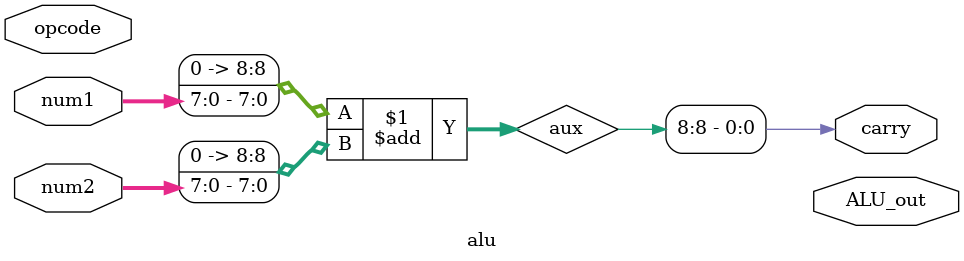
<source format=v>
/*
Title: ALU implemented in Verilog for FPGA
Authors: Bonino, Francisco Ignacio;
         Luna, Lihué Leandro
*/

module alu
    #(
        parameter BUS_SIZE = 8,                 // 8-bits input/output bus
        parameter OPCODE_SIZE = 6,              // 6-bits operation codes

        // ALU opcodes
        parameter ADD = 6'b100000,
        parameter SUB = 6'b100010,
        parameter AND = 6'b100100,
        parameter OR  = 6'b100101,
        parameter XOR = 6'b100110,
        parameter NOR = 6'b100111,
        parameter SRL = 6'b000010,
        parameter SRA = 6'b000011
    )
    (
        input [BUS_SIZE - 1 : 0] num1,
                                 num2,
        input [OPCODE_SIZE - 1 : 0] opcode,
    
        output [BUS_SIZE - 1 : 0] ALU_out,
        output carry
    );

    reg [BUS_SIZE - 1 : 0] result;              // 8-bits operation result
    reg carry;
    
    wire [BUS_SIZE : 0] aux;                    // 9-bits auxiliar variable

    assign aux = {1'b0, num1} + {1'b0, num2};
    assign carry = aux[BUS_SIZE];

    always @(*)
    begin: OPCODE_SWITCH
        case (opcode)
            ADD:
                result = num1 + num2;
            SUB:
                result = num1 - num2;
            AND:
                result = num1 & num2;
            OR:
                result = num1 | num2;
            XOR:
                result = num1 ^ num2;
            NOR:
                result = ~(num1 | num2);
            SRL:
                result = num1 + num2;           // TODO
            SRA:
                result = num1 + num2;           // TODO
            default:
                result = num1 + num2;           // Sum by default
        endcase
    end

endmodule

</source>
